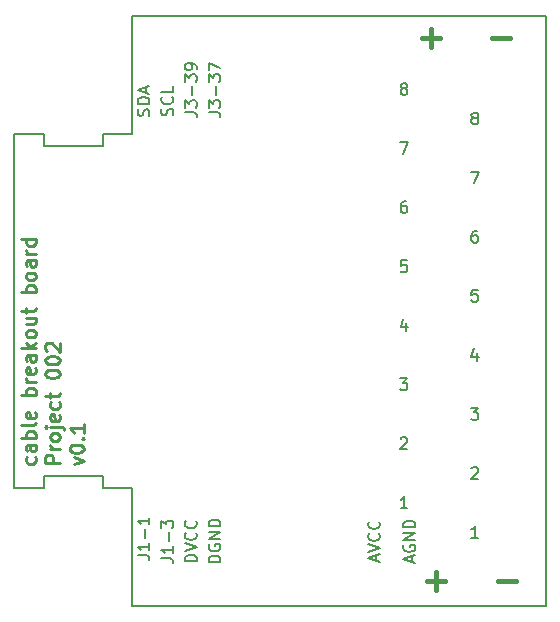
<source format=gto>
From 01a7501800322687e5fb484c267dc360fe239386 Mon Sep 17 00:00:00 2001
From: jaseg <git-bigdata-wsl-arch@jaseg.de>
Date: Sat, 20 Feb 2021 12:27:00 +0100
Subject: Add control board, round pcb corners

---
 .../gerber.out/cable_breakout-F.SilkS.gto          | 1070 --------------------
 1 file changed, 1070 deletions(-)
 delete mode 100644 cable_breakout/gerber.out/cable_breakout-F.SilkS.gto

(limited to 'cable_breakout/gerber.out/cable_breakout-F.SilkS.gto')

diff --git a/cable_breakout/gerber.out/cable_breakout-F.SilkS.gto b/cable_breakout/gerber.out/cable_breakout-F.SilkS.gto
deleted file mode 100644
index a4a833e..0000000
--- a/cable_breakout/gerber.out/cable_breakout-F.SilkS.gto
+++ /dev/null
@@ -1,1070 +0,0 @@
-G04 #@! TF.GenerationSoftware,KiCad,Pcbnew,(5.0.1)*
-G04 #@! TF.CreationDate,2018-11-27T11:11:20+09:00*
-G04 #@! TF.ProjectId,cable_breakout,6361626C655F627265616B6F75742E6B,rev?*
-G04 #@! TF.SameCoordinates,Original*
-G04 #@! TF.FileFunction,Legend,Top*
-G04 #@! TF.FilePolarity,Positive*
-%FSLAX46Y46*%
-G04 Gerber Fmt 4.6, Leading zero omitted, Abs format (unit mm)*
-G04 Created by KiCad (PCBNEW (5.0.1)) date Tue Nov 27 11:11:20 2018*
-%MOMM*%
-%LPD*%
-G01*
-G04 APERTURE LIST*
-%ADD10C,0.240000*%
-%ADD11C,0.400000*%
-%ADD12C,0.200000*%
-%ADD13C,0.150000*%
-G04 APERTURE END LIST*
-D10*
-X111745714Y-127344000D02*
-X111802857Y-127458285D01*
-X111802857Y-127686857D01*
-X111745714Y-127801142D01*
-X111688571Y-127858285D01*
-X111574285Y-127915428D01*
-X111231428Y-127915428D01*
-X111117142Y-127858285D01*
-X111060000Y-127801142D01*
-X111002857Y-127686857D01*
-X111002857Y-127458285D01*
-X111060000Y-127344000D01*
-X111802857Y-126315428D02*
-X111174285Y-126315428D01*
-X111060000Y-126372571D01*
-X111002857Y-126486857D01*
-X111002857Y-126715428D01*
-X111060000Y-126829714D01*
-X111745714Y-126315428D02*
-X111802857Y-126429714D01*
-X111802857Y-126715428D01*
-X111745714Y-126829714D01*
-X111631428Y-126886857D01*
-X111517142Y-126886857D01*
-X111402857Y-126829714D01*
-X111345714Y-126715428D01*
-X111345714Y-126429714D01*
-X111288571Y-126315428D01*
-X111802857Y-125744000D02*
-X110602857Y-125744000D01*
-X111060000Y-125744000D02*
-X111002857Y-125629714D01*
-X111002857Y-125401142D01*
-X111060000Y-125286857D01*
-X111117142Y-125229714D01*
-X111231428Y-125172571D01*
-X111574285Y-125172571D01*
-X111688571Y-125229714D01*
-X111745714Y-125286857D01*
-X111802857Y-125401142D01*
-X111802857Y-125629714D01*
-X111745714Y-125744000D01*
-X111802857Y-124486857D02*
-X111745714Y-124601142D01*
-X111631428Y-124658285D01*
-X110602857Y-124658285D01*
-X111745714Y-123572571D02*
-X111802857Y-123686857D01*
-X111802857Y-123915428D01*
-X111745714Y-124029714D01*
-X111631428Y-124086857D01*
-X111174285Y-124086857D01*
-X111060000Y-124029714D01*
-X111002857Y-123915428D01*
-X111002857Y-123686857D01*
-X111060000Y-123572571D01*
-X111174285Y-123515428D01*
-X111288571Y-123515428D01*
-X111402857Y-124086857D01*
-X111802857Y-122086857D02*
-X110602857Y-122086857D01*
-X111060000Y-122086857D02*
-X111002857Y-121972571D01*
-X111002857Y-121744000D01*
-X111060000Y-121629714D01*
-X111117142Y-121572571D01*
-X111231428Y-121515428D01*
-X111574285Y-121515428D01*
-X111688571Y-121572571D01*
-X111745714Y-121629714D01*
-X111802857Y-121744000D01*
-X111802857Y-121972571D01*
-X111745714Y-122086857D01*
-X111802857Y-121001142D02*
-X111002857Y-121001142D01*
-X111231428Y-121001142D02*
-X111117142Y-120944000D01*
-X111060000Y-120886857D01*
-X111002857Y-120772571D01*
-X111002857Y-120658285D01*
-X111745714Y-119801142D02*
-X111802857Y-119915428D01*
-X111802857Y-120144000D01*
-X111745714Y-120258285D01*
-X111631428Y-120315428D01*
-X111174285Y-120315428D01*
-X111060000Y-120258285D01*
-X111002857Y-120144000D01*
-X111002857Y-119915428D01*
-X111060000Y-119801142D01*
-X111174285Y-119744000D01*
-X111288571Y-119744000D01*
-X111402857Y-120315428D01*
-X111802857Y-118715428D02*
-X111174285Y-118715428D01*
-X111060000Y-118772571D01*
-X111002857Y-118886857D01*
-X111002857Y-119115428D01*
-X111060000Y-119229714D01*
-X111745714Y-118715428D02*
-X111802857Y-118829714D01*
-X111802857Y-119115428D01*
-X111745714Y-119229714D01*
-X111631428Y-119286857D01*
-X111517142Y-119286857D01*
-X111402857Y-119229714D01*
-X111345714Y-119115428D01*
-X111345714Y-118829714D01*
-X111288571Y-118715428D01*
-X111802857Y-118144000D02*
-X110602857Y-118144000D01*
-X111345714Y-118029714D02*
-X111802857Y-117686857D01*
-X111002857Y-117686857D02*
-X111460000Y-118144000D01*
-X111802857Y-117001142D02*
-X111745714Y-117115428D01*
-X111688571Y-117172571D01*
-X111574285Y-117229714D01*
-X111231428Y-117229714D01*
-X111117142Y-117172571D01*
-X111060000Y-117115428D01*
-X111002857Y-117001142D01*
-X111002857Y-116829714D01*
-X111060000Y-116715428D01*
-X111117142Y-116658285D01*
-X111231428Y-116601142D01*
-X111574285Y-116601142D01*
-X111688571Y-116658285D01*
-X111745714Y-116715428D01*
-X111802857Y-116829714D01*
-X111802857Y-117001142D01*
-X111002857Y-115572571D02*
-X111802857Y-115572571D01*
-X111002857Y-116086857D02*
-X111631428Y-116086857D01*
-X111745714Y-116029714D01*
-X111802857Y-115915428D01*
-X111802857Y-115744000D01*
-X111745714Y-115629714D01*
-X111688571Y-115572571D01*
-X111002857Y-115172571D02*
-X111002857Y-114715428D01*
-X110602857Y-115001142D02*
-X111631428Y-115001142D01*
-X111745714Y-114944000D01*
-X111802857Y-114829714D01*
-X111802857Y-114715428D01*
-X111802857Y-113401142D02*
-X110602857Y-113401142D01*
-X111060000Y-113401142D02*
-X111002857Y-113286857D01*
-X111002857Y-113058285D01*
-X111060000Y-112944000D01*
-X111117142Y-112886857D01*
-X111231428Y-112829714D01*
-X111574285Y-112829714D01*
-X111688571Y-112886857D01*
-X111745714Y-112944000D01*
-X111802857Y-113058285D01*
-X111802857Y-113286857D01*
-X111745714Y-113401142D01*
-X111802857Y-112144000D02*
-X111745714Y-112258285D01*
-X111688571Y-112315428D01*
-X111574285Y-112372571D01*
-X111231428Y-112372571D01*
-X111117142Y-112315428D01*
-X111060000Y-112258285D01*
-X111002857Y-112144000D01*
-X111002857Y-111972571D01*
-X111060000Y-111858285D01*
-X111117142Y-111801142D01*
-X111231428Y-111744000D01*
-X111574285Y-111744000D01*
-X111688571Y-111801142D01*
-X111745714Y-111858285D01*
-X111802857Y-111972571D01*
-X111802857Y-112144000D01*
-X111802857Y-110715428D02*
-X111174285Y-110715428D01*
-X111060000Y-110772571D01*
-X111002857Y-110886857D01*
-X111002857Y-111115428D01*
-X111060000Y-111229714D01*
-X111745714Y-110715428D02*
-X111802857Y-110829714D01*
-X111802857Y-111115428D01*
-X111745714Y-111229714D01*
-X111631428Y-111286857D01*
-X111517142Y-111286857D01*
-X111402857Y-111229714D01*
-X111345714Y-111115428D01*
-X111345714Y-110829714D01*
-X111288571Y-110715428D01*
-X111802857Y-110144000D02*
-X111002857Y-110144000D01*
-X111231428Y-110144000D02*
-X111117142Y-110086857D01*
-X111060000Y-110029714D01*
-X111002857Y-109915428D01*
-X111002857Y-109801142D01*
-X111802857Y-108886857D02*
-X110602857Y-108886857D01*
-X111745714Y-108886857D02*
-X111802857Y-109001142D01*
-X111802857Y-109229714D01*
-X111745714Y-109344000D01*
-X111688571Y-109401142D01*
-X111574285Y-109458285D01*
-X111231428Y-109458285D01*
-X111117142Y-109401142D01*
-X111060000Y-109344000D01*
-X111002857Y-109229714D01*
-X111002857Y-109001142D01*
-X111060000Y-108886857D01*
-X113842857Y-127858285D02*
-X112642857Y-127858285D01*
-X112642857Y-127401142D01*
-X112700000Y-127286857D01*
-X112757142Y-127229714D01*
-X112871428Y-127172571D01*
-X113042857Y-127172571D01*
-X113157142Y-127229714D01*
-X113214285Y-127286857D01*
-X113271428Y-127401142D01*
-X113271428Y-127858285D01*
-X113842857Y-126658285D02*
-X113042857Y-126658285D01*
-X113271428Y-126658285D02*
-X113157142Y-126601142D01*
-X113100000Y-126544000D01*
-X113042857Y-126429714D01*
-X113042857Y-126315428D01*
-X113842857Y-125744000D02*
-X113785714Y-125858285D01*
-X113728571Y-125915428D01*
-X113614285Y-125972571D01*
-X113271428Y-125972571D01*
-X113157142Y-125915428D01*
-X113100000Y-125858285D01*
-X113042857Y-125744000D01*
-X113042857Y-125572571D01*
-X113100000Y-125458285D01*
-X113157142Y-125401142D01*
-X113271428Y-125344000D01*
-X113614285Y-125344000D01*
-X113728571Y-125401142D01*
-X113785714Y-125458285D01*
-X113842857Y-125572571D01*
-X113842857Y-125744000D01*
-X113042857Y-124829714D02*
-X114071428Y-124829714D01*
-X114185714Y-124886857D01*
-X114242857Y-125001142D01*
-X114242857Y-125058285D01*
-X112642857Y-124829714D02*
-X112700000Y-124886857D01*
-X112757142Y-124829714D01*
-X112700000Y-124772571D01*
-X112642857Y-124829714D01*
-X112757142Y-124829714D01*
-X113785714Y-123801142D02*
-X113842857Y-123915428D01*
-X113842857Y-124144000D01*
-X113785714Y-124258285D01*
-X113671428Y-124315428D01*
-X113214285Y-124315428D01*
-X113100000Y-124258285D01*
-X113042857Y-124144000D01*
-X113042857Y-123915428D01*
-X113100000Y-123801142D01*
-X113214285Y-123744000D01*
-X113328571Y-123744000D01*
-X113442857Y-124315428D01*
-X113785714Y-122715428D02*
-X113842857Y-122829714D01*
-X113842857Y-123058285D01*
-X113785714Y-123172571D01*
-X113728571Y-123229714D01*
-X113614285Y-123286857D01*
-X113271428Y-123286857D01*
-X113157142Y-123229714D01*
-X113100000Y-123172571D01*
-X113042857Y-123058285D01*
-X113042857Y-122829714D01*
-X113100000Y-122715428D01*
-X113042857Y-122372571D02*
-X113042857Y-121915428D01*
-X112642857Y-122201142D02*
-X113671428Y-122201142D01*
-X113785714Y-122144000D01*
-X113842857Y-122029714D01*
-X113842857Y-121915428D01*
-X112642857Y-120372571D02*
-X112642857Y-120258285D01*
-X112700000Y-120144000D01*
-X112757142Y-120086857D01*
-X112871428Y-120029714D01*
-X113100000Y-119972571D01*
-X113385714Y-119972571D01*
-X113614285Y-120029714D01*
-X113728571Y-120086857D01*
-X113785714Y-120144000D01*
-X113842857Y-120258285D01*
-X113842857Y-120372571D01*
-X113785714Y-120486857D01*
-X113728571Y-120544000D01*
-X113614285Y-120601142D01*
-X113385714Y-120658285D01*
-X113100000Y-120658285D01*
-X112871428Y-120601142D01*
-X112757142Y-120544000D01*
-X112700000Y-120486857D01*
-X112642857Y-120372571D01*
-X112642857Y-119229714D02*
-X112642857Y-119115428D01*
-X112700000Y-119001142D01*
-X112757142Y-118944000D01*
-X112871428Y-118886857D01*
-X113100000Y-118829714D01*
-X113385714Y-118829714D01*
-X113614285Y-118886857D01*
-X113728571Y-118944000D01*
-X113785714Y-119001142D01*
-X113842857Y-119115428D01*
-X113842857Y-119229714D01*
-X113785714Y-119344000D01*
-X113728571Y-119401142D01*
-X113614285Y-119458285D01*
-X113385714Y-119515428D01*
-X113100000Y-119515428D01*
-X112871428Y-119458285D01*
-X112757142Y-119401142D01*
-X112700000Y-119344000D01*
-X112642857Y-119229714D01*
-X112757142Y-118372571D02*
-X112700000Y-118315428D01*
-X112642857Y-118201142D01*
-X112642857Y-117915428D01*
-X112700000Y-117801142D01*
-X112757142Y-117744000D01*
-X112871428Y-117686857D01*
-X112985714Y-117686857D01*
-X113157142Y-117744000D01*
-X113842857Y-118429714D01*
-X113842857Y-117686857D01*
-X115082857Y-127972571D02*
-X115882857Y-127686857D01*
-X115082857Y-127401142D01*
-X114682857Y-126715428D02*
-X114682857Y-126601142D01*
-X114740000Y-126486857D01*
-X114797142Y-126429714D01*
-X114911428Y-126372571D01*
-X115140000Y-126315428D01*
-X115425714Y-126315428D01*
-X115654285Y-126372571D01*
-X115768571Y-126429714D01*
-X115825714Y-126486857D01*
-X115882857Y-126601142D01*
-X115882857Y-126715428D01*
-X115825714Y-126829714D01*
-X115768571Y-126886857D01*
-X115654285Y-126944000D01*
-X115425714Y-127001142D01*
-X115140000Y-127001142D01*
-X114911428Y-126944000D01*
-X114797142Y-126886857D01*
-X114740000Y-126829714D01*
-X114682857Y-126715428D01*
-X115768571Y-125801142D02*
-X115825714Y-125744000D01*
-X115882857Y-125801142D01*
-X115825714Y-125858285D01*
-X115768571Y-125801142D01*
-X115882857Y-125801142D01*
-X115882857Y-124601142D02*
-X115882857Y-125286857D01*
-X115882857Y-124944000D02*
-X114682857Y-124944000D01*
-X114854285Y-125058285D01*
-X114968571Y-125172571D01*
-X115025714Y-125286857D01*
-D11*
-X144488095Y-91892857D02*
-X146011904Y-91892857D01*
-X145250000Y-92654761D02*
-X145250000Y-91130952D01*
-X150488095Y-91892857D02*
-X152011904Y-91892857D01*
-X150988095Y-137892857D02*
-X152511904Y-137892857D01*
-X144988095Y-137892857D02*
-X146511904Y-137892857D01*
-X145750000Y-138654761D02*
-X145750000Y-137130952D01*
-D12*
-X142904761Y-96130952D02*
-X142809523Y-96083333D01*
-X142761904Y-96035714D01*
-X142714285Y-95940476D01*
-X142714285Y-95892857D01*
-X142761904Y-95797619D01*
-X142809523Y-95750000D01*
-X142904761Y-95702380D01*
-X143095238Y-95702380D01*
-X143190476Y-95750000D01*
-X143238095Y-95797619D01*
-X143285714Y-95892857D01*
-X143285714Y-95940476D01*
-X143238095Y-96035714D01*
-X143190476Y-96083333D01*
-X143095238Y-96130952D01*
-X142904761Y-96130952D01*
-X142809523Y-96178571D01*
-X142761904Y-96226190D01*
-X142714285Y-96321428D01*
-X142714285Y-96511904D01*
-X142761904Y-96607142D01*
-X142809523Y-96654761D01*
-X142904761Y-96702380D01*
-X143095238Y-96702380D01*
-X143190476Y-96654761D01*
-X143238095Y-96607142D01*
-X143285714Y-96511904D01*
-X143285714Y-96321428D01*
-X143238095Y-96226190D01*
-X143190476Y-96178571D01*
-X143095238Y-96130952D01*
-X148904761Y-98630952D02*
-X148809523Y-98583333D01*
-X148761904Y-98535714D01*
-X148714285Y-98440476D01*
-X148714285Y-98392857D01*
-X148761904Y-98297619D01*
-X148809523Y-98250000D01*
-X148904761Y-98202380D01*
-X149095238Y-98202380D01*
-X149190476Y-98250000D01*
-X149238095Y-98297619D01*
-X149285714Y-98392857D01*
-X149285714Y-98440476D01*
-X149238095Y-98535714D01*
-X149190476Y-98583333D01*
-X149095238Y-98630952D01*
-X148904761Y-98630952D01*
-X148809523Y-98678571D01*
-X148761904Y-98726190D01*
-X148714285Y-98821428D01*
-X148714285Y-99011904D01*
-X148761904Y-99107142D01*
-X148809523Y-99154761D01*
-X148904761Y-99202380D01*
-X149095238Y-99202380D01*
-X149190476Y-99154761D01*
-X149238095Y-99107142D01*
-X149285714Y-99011904D01*
-X149285714Y-98821428D01*
-X149238095Y-98726190D01*
-X149190476Y-98678571D01*
-X149095238Y-98630952D01*
-X148666666Y-103202380D02*
-X149333333Y-103202380D01*
-X148904761Y-104202380D01*
-X142666666Y-100702380D02*
-X143333333Y-100702380D01*
-X142904761Y-101702380D01*
-X143190476Y-105702380D02*
-X143000000Y-105702380D01*
-X142904761Y-105750000D01*
-X142857142Y-105797619D01*
-X142761904Y-105940476D01*
-X142714285Y-106130952D01*
-X142714285Y-106511904D01*
-X142761904Y-106607142D01*
-X142809523Y-106654761D01*
-X142904761Y-106702380D01*
-X143095238Y-106702380D01*
-X143190476Y-106654761D01*
-X143238095Y-106607142D01*
-X143285714Y-106511904D01*
-X143285714Y-106273809D01*
-X143238095Y-106178571D01*
-X143190476Y-106130952D01*
-X143095238Y-106083333D01*
-X142904761Y-106083333D01*
-X142809523Y-106130952D01*
-X142761904Y-106178571D01*
-X142714285Y-106273809D01*
-X143238095Y-110702380D02*
-X142761904Y-110702380D01*
-X142714285Y-111178571D01*
-X142761904Y-111130952D01*
-X142857142Y-111083333D01*
-X143095238Y-111083333D01*
-X143190476Y-111130952D01*
-X143238095Y-111178571D01*
-X143285714Y-111273809D01*
-X143285714Y-111511904D01*
-X143238095Y-111607142D01*
-X143190476Y-111654761D01*
-X143095238Y-111702380D01*
-X142857142Y-111702380D01*
-X142761904Y-111654761D01*
-X142714285Y-111607142D01*
-X149190476Y-108202380D02*
-X149000000Y-108202380D01*
-X148904761Y-108250000D01*
-X148857142Y-108297619D01*
-X148761904Y-108440476D01*
-X148714285Y-108630952D01*
-X148714285Y-109011904D01*
-X148761904Y-109107142D01*
-X148809523Y-109154761D01*
-X148904761Y-109202380D01*
-X149095238Y-109202380D01*
-X149190476Y-109154761D01*
-X149238095Y-109107142D01*
-X149285714Y-109011904D01*
-X149285714Y-108773809D01*
-X149238095Y-108678571D01*
-X149190476Y-108630952D01*
-X149095238Y-108583333D01*
-X148904761Y-108583333D01*
-X148809523Y-108630952D01*
-X148761904Y-108678571D01*
-X148714285Y-108773809D01*
-X149238095Y-113202380D02*
-X148761904Y-113202380D01*
-X148714285Y-113678571D01*
-X148761904Y-113630952D01*
-X148857142Y-113583333D01*
-X149095238Y-113583333D01*
-X149190476Y-113630952D01*
-X149238095Y-113678571D01*
-X149285714Y-113773809D01*
-X149285714Y-114011904D01*
-X149238095Y-114107142D01*
-X149190476Y-114154761D01*
-X149095238Y-114202380D01*
-X148857142Y-114202380D01*
-X148761904Y-114154761D01*
-X148714285Y-114107142D01*
-X143190476Y-116035714D02*
-X143190476Y-116702380D01*
-X142952380Y-115654761D02*
-X142714285Y-116369047D01*
-X143333333Y-116369047D01*
-X149190476Y-118535714D02*
-X149190476Y-119202380D01*
-X148952380Y-118154761D02*
-X148714285Y-118869047D01*
-X149333333Y-118869047D01*
-X148666666Y-123202380D02*
-X149285714Y-123202380D01*
-X148952380Y-123583333D01*
-X149095238Y-123583333D01*
-X149190476Y-123630952D01*
-X149238095Y-123678571D01*
-X149285714Y-123773809D01*
-X149285714Y-124011904D01*
-X149238095Y-124107142D01*
-X149190476Y-124154761D01*
-X149095238Y-124202380D01*
-X148809523Y-124202380D01*
-X148714285Y-124154761D01*
-X148666666Y-124107142D01*
-X142666666Y-120702380D02*
-X143285714Y-120702380D01*
-X142952380Y-121083333D01*
-X143095238Y-121083333D01*
-X143190476Y-121130952D01*
-X143238095Y-121178571D01*
-X143285714Y-121273809D01*
-X143285714Y-121511904D01*
-X143238095Y-121607142D01*
-X143190476Y-121654761D01*
-X143095238Y-121702380D01*
-X142809523Y-121702380D01*
-X142714285Y-121654761D01*
-X142666666Y-121607142D01*
-X142714285Y-125797619D02*
-X142761904Y-125750000D01*
-X142857142Y-125702380D01*
-X143095238Y-125702380D01*
-X143190476Y-125750000D01*
-X143238095Y-125797619D01*
-X143285714Y-125892857D01*
-X143285714Y-125988095D01*
-X143238095Y-126130952D01*
-X142666666Y-126702380D01*
-X143285714Y-126702380D01*
-X148714285Y-128297619D02*
-X148761904Y-128250000D01*
-X148857142Y-128202380D01*
-X149095238Y-128202380D01*
-X149190476Y-128250000D01*
-X149238095Y-128297619D01*
-X149285714Y-128392857D01*
-X149285714Y-128488095D01*
-X149238095Y-128630952D01*
-X148666666Y-129202380D01*
-X149285714Y-129202380D01*
-X149285714Y-134202380D02*
-X148714285Y-134202380D01*
-X149000000Y-134202380D02*
-X149000000Y-133202380D01*
-X148904761Y-133345238D01*
-X148809523Y-133440476D01*
-X148714285Y-133488095D01*
-X143285714Y-131702380D02*
-X142714285Y-131702380D01*
-X143000000Y-131702380D02*
-X143000000Y-130702380D01*
-X142904761Y-130845238D01*
-X142809523Y-130940476D01*
-X142714285Y-130988095D01*
-X143666666Y-136261904D02*
-X143666666Y-135785714D01*
-X143952380Y-136357142D02*
-X142952380Y-136023809D01*
-X143952380Y-135690476D01*
-X143000000Y-134833333D02*
-X142952380Y-134928571D01*
-X142952380Y-135071428D01*
-X143000000Y-135214285D01*
-X143095238Y-135309523D01*
-X143190476Y-135357142D01*
-X143380952Y-135404761D01*
-X143523809Y-135404761D01*
-X143714285Y-135357142D01*
-X143809523Y-135309523D01*
-X143904761Y-135214285D01*
-X143952380Y-135071428D01*
-X143952380Y-134976190D01*
-X143904761Y-134833333D01*
-X143857142Y-134785714D01*
-X143523809Y-134785714D01*
-X143523809Y-134976190D01*
-X143952380Y-134357142D02*
-X142952380Y-134357142D01*
-X143952380Y-133785714D01*
-X142952380Y-133785714D01*
-X143952380Y-133309523D02*
-X142952380Y-133309523D01*
-X142952380Y-133071428D01*
-X143000000Y-132928571D01*
-X143095238Y-132833333D01*
-X143190476Y-132785714D01*
-X143380952Y-132738095D01*
-X143523809Y-132738095D01*
-X143714285Y-132785714D01*
-X143809523Y-132833333D01*
-X143904761Y-132928571D01*
-X143952380Y-133071428D01*
-X143952380Y-133309523D01*
-X140666666Y-136166666D02*
-X140666666Y-135690476D01*
-X140952380Y-136261904D02*
-X139952380Y-135928571D01*
-X140952380Y-135595238D01*
-X139952380Y-135404761D02*
-X140952380Y-135071428D01*
-X139952380Y-134738095D01*
-X140857142Y-133833333D02*
-X140904761Y-133880952D01*
-X140952380Y-134023809D01*
-X140952380Y-134119047D01*
-X140904761Y-134261904D01*
-X140809523Y-134357142D01*
-X140714285Y-134404761D01*
-X140523809Y-134452380D01*
-X140380952Y-134452380D01*
-X140190476Y-134404761D01*
-X140095238Y-134357142D01*
-X140000000Y-134261904D01*
-X139952380Y-134119047D01*
-X139952380Y-134023809D01*
-X140000000Y-133880952D01*
-X140047619Y-133833333D01*
-X140857142Y-132833333D02*
-X140904761Y-132880952D01*
-X140952380Y-133023809D01*
-X140952380Y-133119047D01*
-X140904761Y-133261904D01*
-X140809523Y-133357142D01*
-X140714285Y-133404761D01*
-X140523809Y-133452380D01*
-X140380952Y-133452380D01*
-X140190476Y-133404761D01*
-X140095238Y-133357142D01*
-X140000000Y-133261904D01*
-X139952380Y-133119047D01*
-X139952380Y-133023809D01*
-X140000000Y-132880952D01*
-X140047619Y-132833333D01*
-X120452380Y-135678571D02*
-X121166666Y-135678571D01*
-X121309523Y-135726190D01*
-X121404761Y-135821428D01*
-X121452380Y-135964285D01*
-X121452380Y-136059523D01*
-X121452380Y-134678571D02*
-X121452380Y-135250000D01*
-X121452380Y-134964285D02*
-X120452380Y-134964285D01*
-X120595238Y-135059523D01*
-X120690476Y-135154761D01*
-X120738095Y-135250000D01*
-X121071428Y-134250000D02*
-X121071428Y-133488095D01*
-X121452380Y-132488095D02*
-X121452380Y-133059523D01*
-X121452380Y-132773809D02*
-X120452380Y-132773809D01*
-X120595238Y-132869047D01*
-X120690476Y-132964285D01*
-X120738095Y-133059523D01*
-X122452380Y-135928571D02*
-X123166666Y-135928571D01*
-X123309523Y-135976190D01*
-X123404761Y-136071428D01*
-X123452380Y-136214285D01*
-X123452380Y-136309523D01*
-X123452380Y-134928571D02*
-X123452380Y-135500000D01*
-X123452380Y-135214285D02*
-X122452380Y-135214285D01*
-X122595238Y-135309523D01*
-X122690476Y-135404761D01*
-X122738095Y-135500000D01*
-X123071428Y-134500000D02*
-X123071428Y-133738095D01*
-X122452380Y-133357142D02*
-X122452380Y-132738095D01*
-X122833333Y-133071428D01*
-X122833333Y-132928571D01*
-X122880952Y-132833333D01*
-X122928571Y-132785714D01*
-X123023809Y-132738095D01*
-X123261904Y-132738095D01*
-X123357142Y-132785714D01*
-X123404761Y-132833333D01*
-X123452380Y-132928571D01*
-X123452380Y-133214285D01*
-X123404761Y-133309523D01*
-X123357142Y-133357142D01*
-X127452380Y-136285714D02*
-X126452380Y-136285714D01*
-X126452380Y-136047619D01*
-X126500000Y-135904761D01*
-X126595238Y-135809523D01*
-X126690476Y-135761904D01*
-X126880952Y-135714285D01*
-X127023809Y-135714285D01*
-X127214285Y-135761904D01*
-X127309523Y-135809523D01*
-X127404761Y-135904761D01*
-X127452380Y-136047619D01*
-X127452380Y-136285714D01*
-X126500000Y-134761904D02*
-X126452380Y-134857142D01*
-X126452380Y-135000000D01*
-X126500000Y-135142857D01*
-X126595238Y-135238095D01*
-X126690476Y-135285714D01*
-X126880952Y-135333333D01*
-X127023809Y-135333333D01*
-X127214285Y-135285714D01*
-X127309523Y-135238095D01*
-X127404761Y-135142857D01*
-X127452380Y-135000000D01*
-X127452380Y-134904761D01*
-X127404761Y-134761904D01*
-X127357142Y-134714285D01*
-X127023809Y-134714285D01*
-X127023809Y-134904761D01*
-X127452380Y-134285714D02*
-X126452380Y-134285714D01*
-X127452380Y-133714285D01*
-X126452380Y-133714285D01*
-X127452380Y-133238095D02*
-X126452380Y-133238095D01*
-X126452380Y-133000000D01*
-X126500000Y-132857142D01*
-X126595238Y-132761904D01*
-X126690476Y-132714285D01*
-X126880952Y-132666666D01*
-X127023809Y-132666666D01*
-X127214285Y-132714285D01*
-X127309523Y-132761904D01*
-X127404761Y-132857142D01*
-X127452380Y-133000000D01*
-X127452380Y-133238095D01*
-X125452380Y-136190476D02*
-X124452380Y-136190476D01*
-X124452380Y-135952380D01*
-X124500000Y-135809523D01*
-X124595238Y-135714285D01*
-X124690476Y-135666666D01*
-X124880952Y-135619047D01*
-X125023809Y-135619047D01*
-X125214285Y-135666666D01*
-X125309523Y-135714285D01*
-X125404761Y-135809523D01*
-X125452380Y-135952380D01*
-X125452380Y-136190476D01*
-X124452380Y-135333333D02*
-X125452380Y-135000000D01*
-X124452380Y-134666666D01*
-X125357142Y-133761904D02*
-X125404761Y-133809523D01*
-X125452380Y-133952380D01*
-X125452380Y-134047619D01*
-X125404761Y-134190476D01*
-X125309523Y-134285714D01*
-X125214285Y-134333333D01*
-X125023809Y-134380952D01*
-X124880952Y-134380952D01*
-X124690476Y-134333333D01*
-X124595238Y-134285714D01*
-X124500000Y-134190476D01*
-X124452380Y-134047619D01*
-X124452380Y-133952380D01*
-X124500000Y-133809523D01*
-X124547619Y-133761904D01*
-X125357142Y-132761904D02*
-X125404761Y-132809523D01*
-X125452380Y-132952380D01*
-X125452380Y-133047619D01*
-X125404761Y-133190476D01*
-X125309523Y-133285714D01*
-X125214285Y-133333333D01*
-X125023809Y-133380952D01*
-X124880952Y-133380952D01*
-X124690476Y-133333333D01*
-X124595238Y-133285714D01*
-X124500000Y-133190476D01*
-X124452380Y-133047619D01*
-X124452380Y-132952380D01*
-X124500000Y-132809523D01*
-X124547619Y-132761904D01*
-X126452380Y-98154761D02*
-X127166666Y-98154761D01*
-X127309523Y-98202380D01*
-X127404761Y-98297619D01*
-X127452380Y-98440476D01*
-X127452380Y-98535714D01*
-X126452380Y-97773809D02*
-X126452380Y-97154761D01*
-X126833333Y-97488095D01*
-X126833333Y-97345238D01*
-X126880952Y-97250000D01*
-X126928571Y-97202380D01*
-X127023809Y-97154761D01*
-X127261904Y-97154761D01*
-X127357142Y-97202380D01*
-X127404761Y-97250000D01*
-X127452380Y-97345238D01*
-X127452380Y-97630952D01*
-X127404761Y-97726190D01*
-X127357142Y-97773809D01*
-X127071428Y-96726190D02*
-X127071428Y-95964285D01*
-X126452380Y-95583333D02*
-X126452380Y-94964285D01*
-X126833333Y-95297619D01*
-X126833333Y-95154761D01*
-X126880952Y-95059523D01*
-X126928571Y-95011904D01*
-X127023809Y-94964285D01*
-X127261904Y-94964285D01*
-X127357142Y-95011904D01*
-X127404761Y-95059523D01*
-X127452380Y-95154761D01*
-X127452380Y-95440476D01*
-X127404761Y-95535714D01*
-X127357142Y-95583333D01*
-X126452380Y-94630952D02*
-X126452380Y-93964285D01*
-X127452380Y-94392857D01*
-X124452380Y-98154761D02*
-X125166666Y-98154761D01*
-X125309523Y-98202380D01*
-X125404761Y-98297619D01*
-X125452380Y-98440476D01*
-X125452380Y-98535714D01*
-X124452380Y-97773809D02*
-X124452380Y-97154761D01*
-X124833333Y-97488095D01*
-X124833333Y-97345238D01*
-X124880952Y-97250000D01*
-X124928571Y-97202380D01*
-X125023809Y-97154761D01*
-X125261904Y-97154761D01*
-X125357142Y-97202380D01*
-X125404761Y-97250000D01*
-X125452380Y-97345238D01*
-X125452380Y-97630952D01*
-X125404761Y-97726190D01*
-X125357142Y-97773809D01*
-X125071428Y-96726190D02*
-X125071428Y-95964285D01*
-X124452380Y-95583333D02*
-X124452380Y-94964285D01*
-X124833333Y-95297619D01*
-X124833333Y-95154761D01*
-X124880952Y-95059523D01*
-X124928571Y-95011904D01*
-X125023809Y-94964285D01*
-X125261904Y-94964285D01*
-X125357142Y-95011904D01*
-X125404761Y-95059523D01*
-X125452380Y-95154761D01*
-X125452380Y-95440476D01*
-X125404761Y-95535714D01*
-X125357142Y-95583333D01*
-X125452380Y-94488095D02*
-X125452380Y-94297619D01*
-X125404761Y-94202380D01*
-X125357142Y-94154761D01*
-X125214285Y-94059523D01*
-X125023809Y-94011904D01*
-X124642857Y-94011904D01*
-X124547619Y-94059523D01*
-X124500000Y-94107142D01*
-X124452380Y-94202380D01*
-X124452380Y-94392857D01*
-X124500000Y-94488095D01*
-X124547619Y-94535714D01*
-X124642857Y-94583333D01*
-X124880952Y-94583333D01*
-X124976190Y-94535714D01*
-X125023809Y-94488095D01*
-X125071428Y-94392857D01*
-X125071428Y-94202380D01*
-X125023809Y-94107142D01*
-X124976190Y-94059523D01*
-X124880952Y-94011904D01*
-X123404761Y-98440476D02*
-X123452380Y-98297619D01*
-X123452380Y-98059523D01*
-X123404761Y-97964285D01*
-X123357142Y-97916666D01*
-X123261904Y-97869047D01*
-X123166666Y-97869047D01*
-X123071428Y-97916666D01*
-X123023809Y-97964285D01*
-X122976190Y-98059523D01*
-X122928571Y-98250000D01*
-X122880952Y-98345238D01*
-X122833333Y-98392857D01*
-X122738095Y-98440476D01*
-X122642857Y-98440476D01*
-X122547619Y-98392857D01*
-X122500000Y-98345238D01*
-X122452380Y-98250000D01*
-X122452380Y-98011904D01*
-X122500000Y-97869047D01*
-X123357142Y-96869047D02*
-X123404761Y-96916666D01*
-X123452380Y-97059523D01*
-X123452380Y-97154761D01*
-X123404761Y-97297619D01*
-X123309523Y-97392857D01*
-X123214285Y-97440476D01*
-X123023809Y-97488095D01*
-X122880952Y-97488095D01*
-X122690476Y-97440476D01*
-X122595238Y-97392857D01*
-X122500000Y-97297619D01*
-X122452380Y-97154761D01*
-X122452380Y-97059523D01*
-X122500000Y-96916666D01*
-X122547619Y-96869047D01*
-X123452380Y-95964285D02*
-X123452380Y-96440476D01*
-X122452380Y-96440476D01*
-X121404761Y-98464285D02*
-X121452380Y-98321428D01*
-X121452380Y-98083333D01*
-X121404761Y-97988095D01*
-X121357142Y-97940476D01*
-X121261904Y-97892857D01*
-X121166666Y-97892857D01*
-X121071428Y-97940476D01*
-X121023809Y-97988095D01*
-X120976190Y-98083333D01*
-X120928571Y-98273809D01*
-X120880952Y-98369047D01*
-X120833333Y-98416666D01*
-X120738095Y-98464285D01*
-X120642857Y-98464285D01*
-X120547619Y-98416666D01*
-X120500000Y-98369047D01*
-X120452380Y-98273809D01*
-X120452380Y-98035714D01*
-X120500000Y-97892857D01*
-X121452380Y-97464285D02*
-X120452380Y-97464285D01*
-X120452380Y-97226190D01*
-X120500000Y-97083333D01*
-X120595238Y-96988095D01*
-X120690476Y-96940476D01*
-X120880952Y-96892857D01*
-X121023809Y-96892857D01*
-X121214285Y-96940476D01*
-X121309523Y-96988095D01*
-X121404761Y-97083333D01*
-X121452380Y-97226190D01*
-X121452380Y-97464285D01*
-X121166666Y-96511904D02*
-X121166666Y-96035714D01*
-X121452380Y-96607142D02*
-X120452380Y-96273809D01*
-X121452380Y-95940476D01*
-D13*
-X117500000Y-130000000D02*
-X120000000Y-130000000D01*
-X117500000Y-129000000D02*
-X117500000Y-130000000D01*
-X112500000Y-129000000D02*
-X117500000Y-129000000D01*
-X112500000Y-130000000D02*
-X112500000Y-129000000D01*
-X110000000Y-130000000D02*
-X112500000Y-130000000D01*
-X117500000Y-100000000D02*
-X120000000Y-100000000D01*
-X117500000Y-101000000D02*
-X117500000Y-100000000D01*
-X112500000Y-101000000D02*
-X117500000Y-101000000D01*
-X112500000Y-100000000D02*
-X112500000Y-101000000D01*
-X110000000Y-100000000D02*
-X112500000Y-100000000D01*
-X120000000Y-130000000D02*
-X120000000Y-140000000D01*
-X120000000Y-90000000D02*
-X120000000Y-100000000D01*
-X155000000Y-140000000D02*
-X155000000Y-90000000D01*
-X120000000Y-140000000D02*
-X155000000Y-140000000D01*
-X155000000Y-90000000D02*
-X120000000Y-90000000D01*
-X110000000Y-130000000D02*
-X110000000Y-100000000D01*
-M02*
-- 
cgit 


</source>
